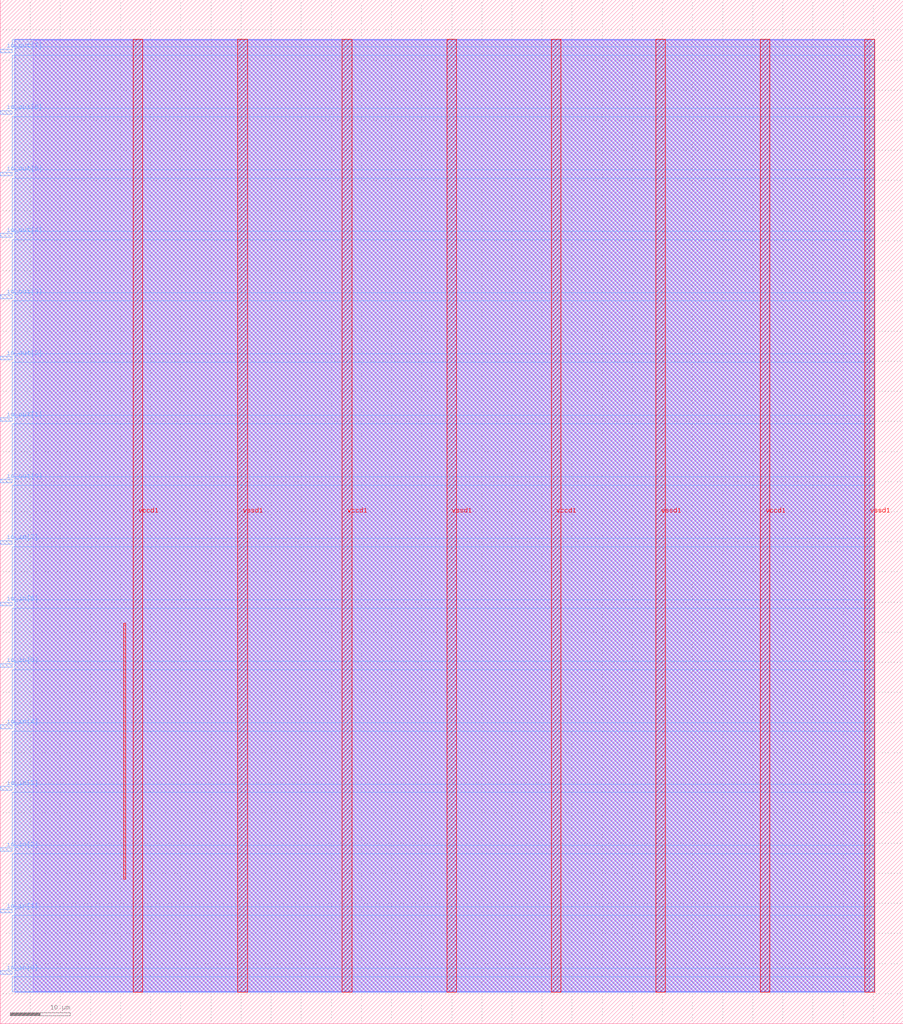
<source format=lef>
VERSION 5.7 ;
  NOWIREEXTENSIONATPIN ON ;
  DIVIDERCHAR "/" ;
  BUSBITCHARS "[]" ;
MACRO azdle_binary_clock
  CLASS BLOCK ;
  FOREIGN azdle_binary_clock ;
  ORIGIN 0.000 0.000 ;
  SIZE 150.000 BY 170.000 ;
  PIN io_in[0]
    DIRECTION INPUT ;
    USE SIGNAL ;
    PORT
      LAYER met3 ;
        RECT 0.000 8.200 2.000 8.800 ;
    END
  END io_in[0]
  PIN io_in[1]
    DIRECTION INPUT ;
    USE SIGNAL ;
    PORT
      LAYER met3 ;
        RECT 0.000 18.400 2.000 19.000 ;
    END
  END io_in[1]
  PIN io_in[2]
    DIRECTION INPUT ;
    USE SIGNAL ;
    PORT
      LAYER met3 ;
        RECT 0.000 28.600 2.000 29.200 ;
    END
  END io_in[2]
  PIN io_in[3]
    DIRECTION INPUT ;
    USE SIGNAL ;
    PORT
      LAYER met3 ;
        RECT 0.000 38.800 2.000 39.400 ;
    END
  END io_in[3]
  PIN io_in[4]
    DIRECTION INPUT ;
    USE SIGNAL ;
    PORT
      LAYER met3 ;
        RECT 0.000 49.000 2.000 49.600 ;
    END
  END io_in[4]
  PIN io_in[5]
    DIRECTION INPUT ;
    USE SIGNAL ;
    PORT
      LAYER met3 ;
        RECT 0.000 59.200 2.000 59.800 ;
    END
  END io_in[5]
  PIN io_in[6]
    DIRECTION INPUT ;
    USE SIGNAL ;
    PORT
      LAYER met3 ;
        RECT 0.000 69.400 2.000 70.000 ;
    END
  END io_in[6]
  PIN io_in[7]
    DIRECTION INPUT ;
    USE SIGNAL ;
    PORT
      LAYER met3 ;
        RECT 0.000 79.600 2.000 80.200 ;
    END
  END io_in[7]
  PIN io_out[0]
    DIRECTION OUTPUT TRISTATE ;
    USE SIGNAL ;
    PORT
      LAYER met3 ;
        RECT 0.000 89.800 2.000 90.400 ;
    END
  END io_out[0]
  PIN io_out[1]
    DIRECTION OUTPUT TRISTATE ;
    USE SIGNAL ;
    PORT
      LAYER met3 ;
        RECT 0.000 100.000 2.000 100.600 ;
    END
  END io_out[1]
  PIN io_out[2]
    DIRECTION OUTPUT TRISTATE ;
    USE SIGNAL ;
    PORT
      LAYER met3 ;
        RECT 0.000 110.200 2.000 110.800 ;
    END
  END io_out[2]
  PIN io_out[3]
    DIRECTION OUTPUT TRISTATE ;
    USE SIGNAL ;
    PORT
      LAYER met3 ;
        RECT 0.000 120.400 2.000 121.000 ;
    END
  END io_out[3]
  PIN io_out[4]
    DIRECTION OUTPUT TRISTATE ;
    USE SIGNAL ;
    PORT
      LAYER met3 ;
        RECT 0.000 130.600 2.000 131.200 ;
    END
  END io_out[4]
  PIN io_out[5]
    DIRECTION OUTPUT TRISTATE ;
    USE SIGNAL ;
    PORT
      LAYER met3 ;
        RECT 0.000 140.800 2.000 141.400 ;
    END
  END io_out[5]
  PIN io_out[6]
    DIRECTION OUTPUT TRISTATE ;
    USE SIGNAL ;
    PORT
      LAYER met3 ;
        RECT 0.000 151.000 2.000 151.600 ;
    END
  END io_out[6]
  PIN io_out[7]
    DIRECTION OUTPUT TRISTATE ;
    USE SIGNAL ;
    PORT
      LAYER met3 ;
        RECT 0.000 161.200 2.000 161.800 ;
    END
  END io_out[7]
  PIN vccd1
    DIRECTION INOUT ;
    USE POWER ;
    PORT
      LAYER met4 ;
        RECT 22.085 5.200 23.685 163.440 ;
    END
    PORT
      LAYER met4 ;
        RECT 56.815 5.200 58.415 163.440 ;
    END
    PORT
      LAYER met4 ;
        RECT 91.545 5.200 93.145 163.440 ;
    END
    PORT
      LAYER met4 ;
        RECT 126.275 5.200 127.875 163.440 ;
    END
  END vccd1
  PIN vssd1
    DIRECTION INOUT ;
    USE GROUND ;
    PORT
      LAYER met4 ;
        RECT 39.450 5.200 41.050 163.440 ;
    END
    PORT
      LAYER met4 ;
        RECT 74.180 5.200 75.780 163.440 ;
    END
    PORT
      LAYER met4 ;
        RECT 108.910 5.200 110.510 163.440 ;
    END
    PORT
      LAYER met4 ;
        RECT 143.640 5.200 145.240 163.440 ;
    END
  END vssd1
  OBS
      LAYER li1 ;
        RECT 5.520 5.355 144.440 163.285 ;
      LAYER met1 ;
        RECT 2.370 5.200 145.240 163.440 ;
      LAYER met2 ;
        RECT 2.390 5.255 145.210 163.385 ;
      LAYER met3 ;
        RECT 2.000 162.200 145.230 163.365 ;
        RECT 2.400 160.800 145.230 162.200 ;
        RECT 2.000 152.000 145.230 160.800 ;
        RECT 2.400 150.600 145.230 152.000 ;
        RECT 2.000 141.800 145.230 150.600 ;
        RECT 2.400 140.400 145.230 141.800 ;
        RECT 2.000 131.600 145.230 140.400 ;
        RECT 2.400 130.200 145.230 131.600 ;
        RECT 2.000 121.400 145.230 130.200 ;
        RECT 2.400 120.000 145.230 121.400 ;
        RECT 2.000 111.200 145.230 120.000 ;
        RECT 2.400 109.800 145.230 111.200 ;
        RECT 2.000 101.000 145.230 109.800 ;
        RECT 2.400 99.600 145.230 101.000 ;
        RECT 2.000 90.800 145.230 99.600 ;
        RECT 2.400 89.400 145.230 90.800 ;
        RECT 2.000 80.600 145.230 89.400 ;
        RECT 2.400 79.200 145.230 80.600 ;
        RECT 2.000 70.400 145.230 79.200 ;
        RECT 2.400 69.000 145.230 70.400 ;
        RECT 2.000 60.200 145.230 69.000 ;
        RECT 2.400 58.800 145.230 60.200 ;
        RECT 2.000 50.000 145.230 58.800 ;
        RECT 2.400 48.600 145.230 50.000 ;
        RECT 2.000 39.800 145.230 48.600 ;
        RECT 2.400 38.400 145.230 39.800 ;
        RECT 2.000 29.600 145.230 38.400 ;
        RECT 2.400 28.200 145.230 29.600 ;
        RECT 2.000 19.400 145.230 28.200 ;
        RECT 2.400 18.000 145.230 19.400 ;
        RECT 2.000 9.200 145.230 18.000 ;
        RECT 2.400 7.800 145.230 9.200 ;
        RECT 2.000 5.275 145.230 7.800 ;
      LAYER met4 ;
        RECT 20.535 23.975 20.865 66.465 ;
  END
END azdle_binary_clock
END LIBRARY


</source>
